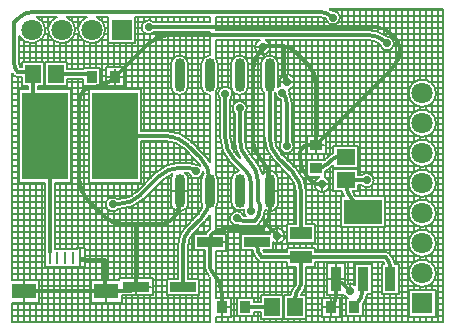
<source format=gtl>
G04 Layer_Physical_Order=1*
G04 Layer_Color=255*
%FSLAX25Y25*%
%MOIN*%
G70*
G01*
G75*
%ADD10C,0.01378*%
%ADD11C,0.01378*%
%ADD12C,0.00800*%
%ADD13R,0.00886X0.03937*%
%ADD14R,0.07874X0.05118*%
%ADD15R,0.05315X0.06102*%
%ADD16R,0.15354X0.29134*%
%ADD17R,0.03740X0.03937*%
%ADD18O,0.03543X0.11220*%
%ADD19R,0.03937X0.03740*%
%ADD20R,0.06102X0.05315*%
%ADD21R,0.03543X0.08268*%
%ADD22R,0.12598X0.08268*%
%ADD23R,0.07283X0.04331*%
%ADD24R,0.08661X0.03347*%
%ADD25C,0.00787*%
%ADD26C,0.00797*%
%ADD27R,0.07087X0.07087*%
%ADD28C,0.07087*%
%ADD29R,0.07087X0.07087*%
%ADD30C,0.02756*%
D10*
X129399Y94797D02*
G03*
X129262Y94941I-2866J-2585D01*
G01*
X127464Y85141D02*
G03*
X130393Y92212I-7071J7071D01*
G01*
X126613Y97591D02*
G03*
X122697Y99213I-3915J-3915D01*
G01*
X102362Y80110D02*
G03*
X99433Y87181I-10000J0D01*
G01*
X99318Y60039D02*
G03*
X98130Y59547I0J-1680D01*
G01*
D02*
G03*
X96949Y56696I2851J-2851D01*
G01*
Y55914D02*
G03*
X99878Y48843I10000J0D01*
G01*
X91581Y92864D02*
G03*
X89983Y93012I-1598J-8590D01*
G01*
X96161Y90453D02*
G03*
X91581Y92864I-6178J-6178D01*
G01*
Y83745D02*
G03*
X92716Y81004I3876J0D01*
G01*
X86662Y93012D02*
G03*
X84228Y92004I0J-3442D01*
G01*
X104331Y46891D02*
G03*
X104429Y46654I336J0D01*
G01*
X111407Y13593D02*
G03*
X109055Y14567I-2352J-2352D01*
G01*
X100397Y48324D02*
G03*
X104429Y46654I4033J4033D01*
G01*
X86850Y48378D02*
G03*
X83921Y55449I-10000J0D01*
G01*
X85735Y33756D02*
G03*
X86850Y37885I-7084J4129D01*
G01*
X89370Y29724D02*
G03*
X89090Y30401I-957J0D01*
G01*
X84449Y32087D02*
G03*
X85735Y33756I-5798J5798D01*
G01*
X84228Y92004D02*
G03*
X81299Y84933I7071J-7071D01*
G01*
Y61272D02*
G03*
X83563Y55807I7729J0D01*
G01*
X72638Y32185D02*
G03*
X72875Y32087I238J238D01*
G01*
X72416Y32185D02*
G03*
X67415Y30114I0J-7072D01*
G01*
X70866Y10425D02*
G03*
X67937Y17496I-10000J0D01*
G01*
X67415Y30114D02*
G03*
X66929Y27670I5899J-2443D01*
G01*
Y19930D02*
G03*
X67937Y17496I3442J0D01*
G01*
X122125Y96260D02*
G03*
X119060Y96752I-3065J-9301D01*
G01*
X53650D02*
G03*
X46579Y93823I0J-10000D01*
G01*
X54724Y35433D02*
G03*
X56850Y40566I-5133J5133D01*
G01*
X50210Y33563D02*
G03*
X54724Y35433I0J6385D01*
G01*
X42323Y32850D02*
G03*
X42028Y33563I-1008J0D01*
G01*
X31323Y36492D02*
G03*
X38394Y33563I7071J7071D01*
G01*
X27846Y79232D02*
G03*
X34917Y82161I0J10000D01*
G01*
X27846Y79232D02*
G03*
X24836Y77985I0J-4257D01*
G01*
D02*
G03*
X23425Y74580I3405J-3405D01*
G01*
Y48532D02*
G03*
X26354Y41461I10000J0D01*
G01*
X37738Y104429D02*
G03*
X37500Y104331I0J-336D01*
G01*
X107972Y102461D02*
G03*
X103220Y104429I-4752J-4752D01*
G01*
X8024Y104331D02*
G03*
X3257Y102356I0J-6741D01*
G01*
X1799Y86898D02*
G03*
X2854Y84350I3603J0D01*
G01*
X7874Y71268D02*
G03*
X10803Y64197I10000J0D01*
G01*
X7874Y83661D02*
G03*
X6211Y84350I-1663J-1663D01*
G01*
X59425Y60063D02*
G03*
X52354Y62992I-7071J-7071D01*
G01*
X66850Y48496D02*
G03*
X63921Y55567I-10000J0D01*
G01*
X60039Y31496D02*
G03*
X58071Y26744I4752J-4752D01*
G01*
X63921Y35378D02*
G03*
X66850Y42449I-7071J7071D01*
G01*
X86850Y62764D02*
G03*
X89779Y55693I10000J0D01*
G01*
X97441Y43889D02*
G03*
X94512Y50960I-10000J0D01*
G01*
X112205Y47843D02*
G03*
X115134Y40772I10000J0D01*
G01*
X115181Y5929D02*
G03*
X118110Y13000I-7071J7071D01*
G01*
X83661Y39814D02*
G03*
X83071Y41240I-2016J0D01*
G01*
X81890Y34547D02*
G03*
X83661Y38824I-4277J4277D01*
G01*
X76870Y62016D02*
G03*
X79799Y54945I10000J0D01*
G01*
X83071Y47531D02*
G03*
X80142Y54602I-10000J0D01*
G01*
X76083Y35433D02*
G03*
X78221Y34547I2139J2139D01*
G01*
X80610Y47591D02*
G03*
X79134Y51156I-5041J0D01*
G01*
X72146Y62286D02*
G03*
X75075Y55215I10000J0D01*
G01*
X92520Y74134D02*
G03*
X91142Y77461I-4705J0D01*
G01*
X62303Y51181D02*
G03*
X59214Y52461I-3089J-3089D01*
G01*
X57095D02*
G03*
X50024Y49532I0J-10000D01*
G01*
X36704Y40354D02*
G03*
X43775Y43283I0J10000D01*
G01*
X34564Y40157D02*
G03*
X35039Y40354I0J672D01*
G01*
X27559Y82677D02*
G03*
X25183Y83661I-2376J-2376D01*
G01*
X110233Y56102D02*
G03*
X107382Y54921I0J-4033D01*
G01*
X127165Y18697D02*
G03*
X125492Y22736I-5713J0D01*
G01*
X97679D02*
G03*
X97203Y22539I0J-672D01*
G01*
X96555Y11909D02*
G03*
X97203Y13474I-1565J1565D01*
G01*
X82677Y26579D02*
G03*
X84350Y22539I5713J0D01*
G01*
X96555Y11909D02*
G03*
X95472Y9296I2614J-2614D01*
G01*
X130387Y92416D02*
G03*
X129399Y94797I-3854J-204D01*
G01*
X130393Y92212D02*
G03*
X130387Y92416I-3859J0D01*
G01*
X125984Y93884D02*
G03*
X122125Y96260I-6925J-6925D01*
G01*
X102362Y52165D02*
G03*
X106227Y53766I0J5465D01*
G01*
X107283Y5906D02*
G03*
X109055Y10183I-4277J4277D01*
G01*
X126613Y97591D02*
X129262Y94941D01*
X96161Y90453D02*
X99433Y87181D01*
X102362Y60039D02*
X127464Y85141D01*
X99318Y60039D02*
X102362D01*
Y80110D01*
X91581Y83745D02*
Y92864D01*
X86662Y93012D02*
X89983D01*
X96949Y55914D02*
Y56696D01*
X83563Y55807D02*
X83921Y55449D01*
X109055Y10183D02*
Y14567D01*
X99878Y48843D02*
X100397Y48324D01*
X86850Y44685D02*
Y48378D01*
X89370Y29724D02*
X89689Y29405D01*
X85735Y33756D02*
X89090Y30401D01*
X89090Y30401D01*
X46555Y99213D02*
X122697D01*
X81299Y61272D02*
Y84933D01*
X72875Y32087D02*
X84449D01*
X72416Y32185D02*
X72638D01*
X70866Y5906D02*
Y10425D01*
X66929Y27559D02*
Y27670D01*
Y19930D02*
Y27559D01*
X53650Y96752D02*
X119060D01*
X42028Y33563D02*
X50210D01*
X42323Y12795D02*
Y32850D01*
X35433Y82677D02*
X46579Y93823D01*
X34917Y82161D02*
X35433Y82677D01*
X23425Y48532D02*
Y74580D01*
X26354Y41461D02*
X31323Y36492D01*
X38394Y33563D02*
X42028D01*
X32087Y11220D02*
Y21654D01*
X37738Y104429D02*
X103220D01*
X8024Y104331D02*
X37500D01*
X2854Y84350D02*
X6211D01*
X1799Y86898D02*
Y100898D01*
X10803Y64197D02*
X12008Y62992D01*
X7874Y71268D02*
Y83661D01*
X32480Y11220D02*
X40748D01*
X42323Y12795D01*
X4921Y11220D02*
X32087D01*
X12008Y62992D02*
X13583Y61417D01*
Y24409D02*
Y61417D01*
X35236Y62992D02*
X52354D01*
X59425Y60063D02*
X63921Y55567D01*
X66850Y44685D02*
Y48496D01*
X58071Y12795D02*
Y26744D01*
X60039Y31496D02*
X63921Y35378D01*
X23868Y21654D02*
X32087D01*
X86850Y62764D02*
Y83268D01*
X97441Y30512D02*
Y43889D01*
X89779Y55693D02*
X94512Y50960D01*
X66850Y42449D02*
Y44685D01*
X112205Y47843D02*
Y48228D01*
X115134Y40772D02*
X118110Y37795D01*
X115157Y5906D02*
X115181Y5929D01*
X83661Y38824D02*
Y39814D01*
X83071Y41240D02*
Y47531D01*
X79799Y54945D02*
X80142Y54602D01*
X76870Y62016D02*
Y72244D01*
X78221Y34547D02*
X81890D01*
X80610Y37894D02*
Y47591D01*
X75075Y55215D02*
X79134Y51156D01*
X72146Y62286D02*
Y77067D01*
X92520Y59646D02*
Y74134D01*
X57095Y52461D02*
X59214D01*
X43775Y43283D02*
X50024Y49532D01*
X35039Y40354D02*
X36704D01*
X15748Y83661D02*
X25183D01*
X110233Y56102D02*
X112205D01*
X106227Y53766D02*
X107382Y54921D01*
X127165Y15354D02*
Y18697D01*
X97679Y22736D02*
X125492D01*
X97203Y13474D02*
Y22539D01*
X95472Y5906D02*
Y9296D01*
X84350Y22539D02*
X97203D01*
X82677Y26579D02*
Y27559D01*
X112205Y48228D02*
X119210D01*
X111407Y13593D02*
X113681Y11319D01*
X75984Y35531D02*
X76083Y35433D01*
X86850Y37885D02*
Y44685D01*
X1799Y100898D02*
X3257Y102356D01*
X1799Y100898D02*
Y100898D01*
X118110Y13000D02*
Y15354D01*
X78740Y5906D02*
X87598D01*
X56850Y40566D02*
Y44685D01*
D11*
X89090Y30401D02*
D03*
D12*
X142337Y77244D02*
G03*
X142337Y77244I-4542J0D01*
G01*
Y67244D02*
G03*
X142337Y67244I-4542J0D01*
G01*
X125799Y96253D02*
G03*
X122653Y97862I-6740J-9294D01*
G01*
D02*
G03*
X119060Y98439I-3594J-10904D01*
G01*
X128361Y93884D02*
G03*
X125799Y96253I-2376J0D01*
G01*
X123618Y93661D02*
G03*
X128361Y93884I2366J223D01*
G01*
X121597Y94657D02*
G03*
X119060Y95065I-2537J-7698D01*
G01*
X123618Y93661D02*
G03*
X121597Y94657I-4559J-6702D01*
G01*
X142337Y57244D02*
G03*
X142337Y57244I-4542J0D01*
G01*
X121586Y48228D02*
G03*
X117536Y49916I-2376J0D01*
G01*
X142337Y47244D02*
G03*
X142337Y47244I-4542J0D01*
G01*
X117536Y46541D02*
G03*
X121586Y48228I1673J1687D01*
G01*
X105619Y102134D02*
G03*
X110349Y102461I2354J327D01*
G01*
D02*
G03*
X107703Y104822I-2376J0D01*
G01*
D02*
G03*
X106874Y105281I-4483J-7113D01*
G01*
X108155Y57399D02*
G03*
X106189Y56114I2078J-5329D01*
G01*
X105619Y102134D02*
G03*
X103220Y102742I-2399J-4425D01*
G01*
X114562Y44572D02*
G03*
X115501Y42928I7642J3271D01*
G01*
X110984Y44572D02*
G03*
X111601Y42928I11220J3271D01*
G01*
X105329Y51122D02*
G03*
X107420Y52573I-2967J6508D01*
G01*
X106896Y46891D02*
G03*
X105222Y49297I-2565J0D01*
G01*
X103440D02*
G03*
X106896Y46891I891J-2406D01*
G01*
X99128Y43889D02*
G03*
X95705Y52154I-11687J0D01*
G01*
X142337Y37244D02*
G03*
X142337Y37244I-4542J0D01*
G01*
Y27244D02*
G03*
X142337Y27244I-4542J0D01*
G01*
Y17244D02*
G03*
X142337Y17244I-4542J0D01*
G01*
X126685Y23929D02*
G03*
X125492Y24424I-1193J-1193D01*
G01*
X128633Y20487D02*
G03*
X126685Y23929I-7180J-1790D01*
G01*
X125058Y20487D02*
G03*
X124719Y21049I-3605J-1790D01*
G01*
X118026Y6814D02*
G03*
X119463Y10222I-9916J6186D01*
G01*
X115340Y13276D02*
G03*
X112014Y13269I-1659J-1957D01*
G01*
X111461Y10033D02*
G03*
X112909Y8873I2220J1286D01*
G01*
X97748Y10716D02*
G03*
X98891Y13474I-2758J2758D01*
G01*
X97745Y10713D02*
G03*
X97271Y9955I1424J-1418D01*
G01*
X93278Y78501D02*
G03*
X95282Y81004I-562J2503D01*
G01*
D02*
G03*
X90482Y79744I-2565J0D01*
G01*
X93488Y77080D02*
G03*
X93518Y77461I-2346J380D01*
G01*
D02*
G03*
X93278Y78501I-2376J0D01*
G01*
X87113Y92716D02*
G03*
X85581Y95065I-2565J0D01*
G01*
X89621Y87106D02*
G03*
X84080Y87106I-2770J0D01*
G01*
X90482Y79744D02*
G03*
X89617Y79283I660J-2283D01*
G01*
X88766Y77428D02*
G03*
X90662Y75133I2376J33D01*
G01*
X88538Y77232D02*
G03*
X88766Y77428I-1687J2197D01*
G01*
X84080Y79429D02*
G03*
X85163Y77232I2770J0D01*
G01*
X83514Y95065D02*
G03*
X87113Y92716I1033J-2348D01*
G01*
X94207Y74134D02*
G03*
X93488Y77080I-6392J0D01*
G01*
X90832Y74134D02*
G03*
X90662Y75133I-3017J0D01*
G01*
X94896Y59646D02*
G03*
X94207Y61319I-2376J0D01*
G01*
X90832D02*
G03*
X94896Y59646I1687J-1673D01*
G01*
X88538Y62764D02*
G03*
X90973Y56886I8313J0D01*
G01*
X85163Y62764D02*
G03*
X88586Y54500I11687J0D01*
G01*
X79620Y87106D02*
G03*
X74080Y87106I-2770J0D01*
G01*
Y79429D02*
G03*
X79620Y79429I2770J0D01*
G01*
X74522Y77067D02*
G03*
X70458Y75394I-2376J0D01*
G01*
X69621Y87106D02*
G03*
X68898Y88972I-2770J0D01*
G01*
Y77563D02*
G03*
X69621Y79429I-2047J1866D01*
G01*
X78557Y70571D02*
G03*
X79246Y72244I-1687J1673D01*
G01*
D02*
G03*
X75183Y70571I-2376J0D01*
G01*
X73833Y75394D02*
G03*
X74522Y77067I-1687J1673D01*
G01*
X78557Y62016D02*
G03*
X80992Y56138I8313J0D01*
G01*
X73833Y62286D02*
G03*
X76268Y56408I8313J0D01*
G01*
X75183Y62016D02*
G03*
X77151Y55524I11687J0D01*
G01*
X70458Y62286D02*
G03*
X73881Y54022I11687J0D01*
G01*
X95754Y43889D02*
G03*
X93319Y49767I-8313J0D01*
G01*
X89810Y48524D02*
G03*
X84440Y50240I-2959J0D01*
G01*
X85331Y38307D02*
G03*
X89810Y40846I1519J2540D01*
G01*
X88006Y27552D02*
G03*
X91935Y29724I1364J2173D01*
G01*
D02*
G03*
X86855Y30231I-2565J0D01*
G01*
X83083Y33354D02*
G03*
X85331Y38307I-5470J5470D01*
G01*
X95362Y13103D02*
G03*
X95516Y13474I-372J372D01*
G01*
X95362Y13103D02*
G03*
X93826Y9955I3807J-3807D01*
G01*
X84440Y50240D02*
G03*
X81335Y55795I-11369J-2709D01*
G01*
X74080Y40846D02*
G03*
X78311Y38492I2770J0D01*
G01*
X78311Y38492D02*
G03*
X78909Y36235I2300J-599D01*
G01*
X76619Y51284D02*
G03*
X74080Y48524I231J-2760D01*
G01*
X81890Y32860D02*
G03*
X83083Y33354I0J1687D01*
G01*
X81890Y32860D02*
G03*
X83083Y33354I0J1687D01*
G01*
X76457Y33203D02*
G03*
X78221Y32860I1764J4369D01*
G01*
X78254Y36235D02*
G03*
X76457Y33203I-2270J-703D01*
G01*
X69621Y48524D02*
G03*
X68898Y50390I-2770J0D01*
G01*
Y38980D02*
G03*
X69621Y40846I-2047J1866D01*
G01*
X84737Y24887D02*
G03*
X85123Y24227I3653J1691D01*
G01*
X81186Y24887D02*
G03*
X83157Y21346I7204J1691D01*
G01*
D02*
G03*
X84350Y20852I1193J1193D01*
G01*
X66929Y89875D02*
G03*
X64080Y87106I-79J-2769D01*
G01*
Y79429D02*
G03*
X66929Y76660I2770J0D01*
G01*
X59620Y87106D02*
G03*
X54080Y87106I-2770J0D01*
G01*
Y79429D02*
G03*
X59620Y79429I2770J0D01*
G01*
X66929Y54413D02*
G03*
X65115Y56760I-10079J-5917D01*
G01*
X63842Y52992D02*
G03*
X62728Y54374I-6992J-4496D01*
G01*
X63842Y52992D02*
G03*
X61895Y53522I-1539J-1811D01*
G01*
X64916Y50507D02*
G03*
X64677Y51297I-8066J-2011D01*
G01*
X59985Y50660D02*
G03*
X59214Y50773I-771J-2568D01*
G01*
X60618Y61256D02*
G03*
X52354Y64679I-8264J-8264D01*
G01*
X61895Y53522D02*
G03*
X59214Y54148I-2681J-5430D01*
G01*
X48228Y100900D02*
G03*
X48228Y97525I-1673J-1687D01*
G01*
X58232Y58870D02*
G03*
X52354Y61305I-5878J-5878D01*
G01*
X57095Y54148D02*
G03*
X48831Y50725I0J-11687D01*
G01*
X64080Y40846D02*
G03*
X64547Y39308I2770J0D01*
G01*
X64916Y50507D02*
G03*
X64080Y48524I1934J-1983D01*
G01*
X65115Y34185D02*
G03*
X66929Y36532I-8264J8264D01*
G01*
X62728Y36571D02*
G03*
X64547Y39308I-5878J5878D01*
G01*
X66929Y31941D02*
G03*
X66222Y31307I5487J-6828D01*
G01*
D02*
G03*
X65856Y30759I1193J-1193D01*
G01*
X59985Y50660D02*
G03*
X64679Y51181I2319J521D01*
G01*
X59809Y48524D02*
G03*
X58773Y50773I-2959J0D01*
G01*
X53891Y40846D02*
G03*
X59809Y40846I2959J0D01*
G01*
X58846Y32689D02*
G03*
X56384Y26744I5946J-5946D01*
G01*
X65856Y30759D02*
G03*
X65659Y30231I7458J-3089D01*
G01*
X65242Y19930D02*
G03*
X66744Y16303I5129J0D01*
G01*
X61233Y30303D02*
G03*
X59758Y26744I3559J-3559D01*
G01*
X54538Y50370D02*
G03*
X53891Y48524I2312J-1847D01*
G01*
X54538Y50370D02*
G03*
X51217Y48338I2557J-7910D01*
G01*
X36704Y38667D02*
G03*
X44969Y42090I0J11687D01*
G01*
X36704Y42042D02*
G03*
X42582Y44476I0J8313D01*
G01*
X32101Y98425D02*
G03*
X29243Y102643I-4542J0D01*
G01*
X25875D02*
G03*
X32101Y98425I1684J-4218D01*
G01*
X22101D02*
G03*
X19243Y102643I-4542J0D01*
G01*
X15875D02*
G03*
X22101Y98425I1684J-4218D01*
G01*
X12101D02*
G03*
X9243Y102643I-4542J0D01*
G01*
X3486Y96415D02*
G03*
X12101Y98425I4073J2010D01*
G01*
X3486Y86898D02*
G03*
X3691Y86038I1915J0D01*
G01*
X1018Y83937D02*
G03*
X1661Y83157I4384J2961D01*
G01*
D02*
G03*
X2854Y82663I1193J1193D01*
G01*
X36012Y42042D02*
G03*
X36415Y38667I-1448J-1884D01*
G01*
X11895Y24409D02*
G03*
X12141Y23532I1687J0D01*
G01*
X140113Y81150D02*
X144651D01*
X141918Y79150D02*
X144651D01*
X142336Y77150D02*
X144651D01*
X141825Y75150D02*
X144651D01*
X139761Y73150D02*
X144651D01*
X139150Y81579D02*
Y105281D01*
X141150Y80306D02*
Y105281D01*
X137150Y81740D02*
Y105281D01*
Y71740D02*
Y72749D01*
X139150Y71579D02*
Y72909D01*
X135150Y80936D02*
Y105281D01*
X140113Y71150D02*
X144651D01*
X141918Y69150D02*
X144651D01*
X142336Y67150D02*
X144651D01*
X141825Y65150D02*
X144651D01*
X139761Y63150D02*
X144651D01*
X141150Y70306D02*
Y74182D01*
Y60306D02*
Y64182D01*
X135150Y70936D02*
Y73553D01*
X139150Y61579D02*
Y62909D01*
X135150Y60936D02*
Y63552D01*
X107135Y105150D02*
X144651D01*
X110247Y103150D02*
X144651D01*
X106874Y105281D02*
X144651D01*
X124346Y97150D02*
X144651D01*
X109955Y101150D02*
X144651D01*
X123150Y97686D02*
Y105281D01*
X125150Y96691D02*
Y105281D01*
X119150Y98439D02*
Y105281D01*
X121150Y98247D02*
Y105281D01*
X127150Y95955D02*
Y105281D01*
X127995Y95150D02*
X144651D01*
X128244Y93150D02*
X144651D01*
X125150Y42928D02*
Y91659D01*
X119150Y50604D02*
Y95064D01*
X121150Y49601D02*
Y94790D01*
X123150Y42928D02*
Y93957D01*
X141918Y59150D02*
X144651D01*
X142336Y57150D02*
X144651D01*
X140113Y61150D02*
X144651D01*
X141825Y55150D02*
X144651D01*
X140113Y51150D02*
X144651D01*
X139761Y53150D02*
X144651D01*
X139150Y51579D02*
Y52909D01*
X141150Y50306D02*
Y54182D01*
X137150Y61740D02*
Y62748D01*
X141918Y49150D02*
X144651D01*
X137150Y51740D02*
Y52749D01*
X142336Y47150D02*
X144651D01*
X141825Y45150D02*
X144651D01*
X139761Y43150D02*
X144651D01*
X141918Y39150D02*
X144651D01*
X142336Y37150D02*
X144651D01*
X140113Y41150D02*
X144651D01*
X139150Y41579D02*
Y42909D01*
X141150Y40306D02*
Y44182D01*
X135150Y40936D02*
Y43553D01*
X141825Y35150D02*
X144651D01*
X137150Y41740D02*
Y42748D01*
X116254Y55150D02*
X133765D01*
X105518Y61150D02*
X135477D01*
X116254Y53150D02*
X135830D01*
X135150Y50936D02*
Y53553D01*
X116254Y51150D02*
X135477D01*
X116254Y57150D02*
X133255D01*
X116254Y59150D02*
X133673D01*
X121400Y49150D02*
X133673D01*
X121327Y47150D02*
X133255D01*
X116254Y45150D02*
X133765D01*
X115344Y43150D02*
X135830D01*
X125408Y39150D02*
X133673D01*
X125408Y35150D02*
X133765D01*
X125408Y41150D02*
X135477D01*
X119150Y42928D02*
Y45853D01*
X121150Y42928D02*
Y46856D01*
X125408Y37150D02*
X133255D01*
X115501Y42928D02*
X125408D01*
X115150Y98439D02*
Y105281D01*
X117150Y98439D02*
Y105281D01*
X113150Y98439D02*
Y105281D01*
X111150Y98439D02*
Y105281D01*
Y59758D02*
Y95065D01*
X109150Y104525D02*
Y105281D01*
Y98439D02*
Y100396D01*
Y59758D02*
Y95065D01*
X107150Y98439D02*
Y100231D01*
X115150Y59758D02*
Y95065D01*
X117150Y49916D02*
Y95065D01*
X113150Y59758D02*
Y95065D01*
X108155Y59758D02*
X116254D01*
Y52447D02*
Y59758D01*
X105518Y59150D02*
X108155D01*
Y57399D02*
Y59758D01*
X107150Y56887D02*
Y95065D01*
X105518Y56982D02*
Y63097D01*
Y57150D02*
X107604D01*
X105150Y98439D02*
Y102357D01*
X103150Y98439D02*
Y102742D01*
Y63097D02*
Y95065D01*
X105150Y63097D02*
Y95065D01*
X99206Y63097D02*
X105518D01*
X99150Y98439D02*
Y102742D01*
X101150Y98439D02*
Y102742D01*
X97150Y98439D02*
Y102742D01*
X101150Y63097D02*
Y95065D01*
X99206Y56982D02*
X105518D01*
X105150Y55075D02*
Y56982D01*
X105108Y55034D02*
X106186Y56112D01*
X103150Y55034D02*
Y56982D01*
X99206D02*
Y63097D01*
X97150Y50396D02*
Y95065D01*
X101150Y55034D02*
Y56982D01*
X99395Y49297D02*
Y55034D01*
X113150Y51884D02*
Y52447D01*
X115150Y51884D02*
Y52447D01*
X108155D02*
X116254D01*
Y49916D02*
Y51884D01*
Y49916D02*
X117536D01*
X108155Y51884D02*
X116254D01*
X108155Y52447D02*
Y53308D01*
X111150Y51884D02*
Y52447D01*
X107424Y52577D02*
X108155Y53308D01*
X109150Y51884D02*
Y52447D01*
X106883Y47150D02*
X108155D01*
X116254Y44572D02*
Y46541D01*
X117150Y42928D02*
Y46541D01*
X116254D02*
X117536D01*
X114562Y44572D02*
X116254D01*
X115150Y43447D02*
Y44572D01*
X108155D02*
Y51884D01*
Y44572D02*
X110984D01*
X111150Y42928D02*
Y44051D01*
X110813Y42928D02*
X111601D01*
X105388Y51150D02*
X108155D01*
X99395Y55034D02*
X105108D01*
X105329Y49297D02*
Y51122D01*
X105547Y49150D02*
X108155D01*
X99395Y49297D02*
X103440D01*
X97878Y49150D02*
X103114D01*
X96600Y51150D02*
X99395D01*
X98664Y47150D02*
X101778D01*
X106214Y45150D02*
X108155D01*
X99128Y43150D02*
X111501D01*
X99128Y41150D02*
X110813D01*
X99128Y37150D02*
X110813D01*
X99128Y35150D02*
X110813D01*
X99128Y39150D02*
X110813D01*
X99060Y45150D02*
X102447D01*
X140113Y31150D02*
X144651D01*
X141918Y29150D02*
X144651D01*
X139761Y33150D02*
X144651D01*
X142336Y27150D02*
X144651D01*
X141825Y25150D02*
X144651D01*
X139761Y23150D02*
X144651D01*
X135150Y30936D02*
Y33553D01*
X141150Y30306D02*
Y34182D01*
X137150Y31740D02*
Y32748D01*
X139150Y31579D02*
Y32909D01*
X143150Y1018D02*
Y105281D01*
X144651Y1018D02*
Y105281D01*
X141150Y20306D02*
Y24182D01*
X139150Y21579D02*
Y22909D01*
X140113Y21150D02*
X144651D01*
X131150Y1018D02*
Y105281D01*
X133150Y1018D02*
Y105281D01*
X129150Y20487D02*
Y105281D01*
X137150Y21740D02*
Y22749D01*
X135150Y20936D02*
Y23552D01*
X125408Y33150D02*
X135830D01*
X102081Y31150D02*
X135477D01*
X102081Y29150D02*
X133673D01*
X102081Y24424D02*
X125492D01*
X102081Y25150D02*
X133765D01*
X125408Y32663D02*
Y42928D01*
X125150Y24424D02*
Y32663D01*
X110813D02*
X125408D01*
X123150Y24424D02*
Y32663D01*
X121150Y24424D02*
Y32663D01*
X127150Y23420D02*
Y91813D01*
X127363Y23150D02*
X135830D01*
X128434Y21150D02*
X135477D01*
X128633Y20487D02*
X129935D01*
X121150Y1018D02*
Y21049D01*
X123150Y1018D02*
Y21049D01*
X102081D02*
X124719D01*
X124395Y20487D02*
X125058D01*
X115340D02*
X120880D01*
X141918Y19150D02*
X144651D01*
X142336Y17150D02*
X144651D01*
X141825Y15150D02*
X144651D01*
X139761Y13150D02*
X144651D01*
X142337Y11150D02*
X144651D01*
X133254Y11786D02*
X142337D01*
X135150D02*
Y13553D01*
X141150Y11786D02*
Y14182D01*
X129935Y15150D02*
X133765D01*
X139150Y11786D02*
Y12909D01*
X137150Y11786D02*
Y12749D01*
X142337Y9150D02*
X144651D01*
X142337Y7150D02*
X144651D01*
X142337Y2702D02*
Y11786D01*
Y5150D02*
X144651D01*
X142337Y3150D02*
X144651D01*
X133254Y2702D02*
X142337D01*
X135150Y1018D02*
Y2702D01*
X137150Y1018D02*
Y2702D01*
X133254D02*
Y11786D01*
X141150Y1018D02*
Y2702D01*
X139150Y1018D02*
Y2702D01*
X129935Y19150D02*
X133673D01*
X129935Y17150D02*
X133255D01*
X120880D02*
X124395D01*
X129935Y13150D02*
X135830D01*
X129935Y11150D02*
X133254D01*
X124395Y10222D02*
X129935D01*
X120880Y19150D02*
X124395D01*
Y10222D02*
Y20487D01*
X120880Y15150D02*
X124395D01*
X120880Y11150D02*
X124395D01*
X120880Y13150D02*
X124395D01*
X129935Y10222D02*
Y20487D01*
X129150Y1018D02*
Y10222D01*
X119145Y9150D02*
X133254D01*
X118228Y7150D02*
X133254D01*
X118026Y5150D02*
X133254D01*
X118026Y3150D02*
X133254D01*
X125150Y1018D02*
Y10222D01*
X127150Y1018D02*
Y10222D01*
X120880D02*
Y20487D01*
X119463Y10222D02*
X120880D01*
X117150Y24424D02*
Y32663D01*
X119150Y24424D02*
Y32663D01*
X115150Y24424D02*
Y32663D01*
X113150Y24424D02*
Y32663D01*
X111150Y20676D02*
Y21049D01*
X106096Y20676D02*
X112014D01*
X110813Y32663D02*
Y42928D01*
X109150Y24424D02*
Y44572D01*
X107150Y24424D02*
Y52316D01*
X111150Y24424D02*
Y32663D01*
X109150Y20676D02*
Y21049D01*
X107150Y20676D02*
Y21049D01*
X117150Y20487D02*
Y21049D01*
X119150Y20487D02*
Y21049D01*
X115150Y13422D02*
Y21049D01*
X112014Y19150D02*
X115340D01*
Y13276D02*
Y20487D01*
X112014Y17150D02*
X115340D01*
X113150Y13829D02*
Y21049D01*
X112014Y13269D02*
Y20676D01*
X106096Y10033D02*
Y20676D01*
X101150Y33676D02*
Y49297D01*
X102081Y27348D02*
Y33676D01*
X99128D02*
X102081D01*
Y33150D02*
X110813D01*
X102081Y24424D02*
Y25802D01*
X101150D02*
Y27348D01*
X99128Y33676D02*
Y43889D01*
X99150Y33676D02*
Y95065D01*
X95754Y33676D02*
Y43889D01*
X99150Y25802D02*
Y27348D01*
X97150Y25802D02*
Y27348D01*
X103150Y24424D02*
Y44614D01*
X105150Y24424D02*
Y44460D01*
X103150Y1018D02*
Y21049D01*
X98891Y19150D02*
X106096D01*
X105150Y9061D02*
Y21049D01*
X98891Y17150D02*
X106096D01*
X102081Y19474D02*
Y21049D01*
X101150Y1018D02*
Y19474D01*
X98891D02*
X102081D01*
X99150Y1018D02*
Y19474D01*
X98891Y13474D02*
Y19474D01*
X112014Y15150D02*
X115340D01*
X112289Y8873D02*
X112909D01*
X110341Y5150D02*
X112289D01*
X109150Y9061D02*
Y10033D01*
X110341Y7150D02*
X112289D01*
X118026Y2939D02*
Y6814D01*
X119150Y1018D02*
Y9163D01*
X112289Y2939D02*
X118026D01*
X115150Y1018D02*
Y2939D01*
X117150Y1018D02*
Y2939D01*
X113150Y1018D02*
Y2939D01*
X112289D02*
Y8873D01*
X111150Y1018D02*
Y10033D01*
X110341Y2750D02*
Y9061D01*
Y3150D02*
X112289D01*
X109150Y1018D02*
Y2750D01*
X106096Y10033D02*
X111461D01*
X98122Y11150D02*
X106096D01*
X104226Y9061D02*
X110341D01*
X107150D02*
Y10033D01*
X99128Y9150D02*
X112312D01*
X98891Y15150D02*
X106096D01*
X98877Y13150D02*
X106096D01*
X97271Y9955D02*
X99128D01*
Y5150D02*
X104226D01*
X105150Y1018D02*
Y2750D01*
X107150Y1018D02*
Y2750D01*
X104226D02*
X110341D01*
X104226D02*
Y9061D01*
X99128Y1856D02*
Y9955D01*
Y7150D02*
X104226D01*
X99128Y3150D02*
X104226D01*
X97150Y1018D02*
Y1856D01*
X95150Y98439D02*
Y102742D01*
Y81817D02*
Y95065D01*
X89620Y87150D02*
X144651D01*
X94123Y83150D02*
X144651D01*
X95278Y81150D02*
X135477D01*
X89621Y85150D02*
X144651D01*
X93150Y98439D02*
Y102742D01*
Y83533D02*
Y95065D01*
X91150Y98439D02*
Y102742D01*
X89621Y83150D02*
X91311D01*
X91150Y83035D02*
Y95065D01*
X89621Y81150D02*
X90155D01*
X94489Y79150D02*
X133673D01*
X95150Y52709D02*
Y80191D01*
X93498Y77150D02*
X133255D01*
X89621Y79429D02*
Y87106D01*
X68898Y99150D02*
X144651D01*
X68898Y98439D02*
X119060D01*
X68898Y101150D02*
X105990D01*
X87076Y93150D02*
X123724D01*
X86579Y91150D02*
X144651D01*
X85581Y95065D02*
X119060D01*
X87150Y98439D02*
Y102742D01*
X89150Y98439D02*
Y102742D01*
X68898D02*
X103220D01*
X88721Y89150D02*
X144651D01*
X89150Y88651D02*
Y95065D01*
X87150Y89860D02*
Y95065D01*
X88538Y62764D02*
Y77232D01*
X85163Y62764D02*
Y77232D01*
X94207Y73150D02*
X135830D01*
X94207Y71150D02*
X135477D01*
X94126Y75150D02*
X133765D01*
X94207Y65150D02*
X133765D01*
X94207Y63150D02*
X135830D01*
X94207Y69150D02*
X133673D01*
X94207Y61319D02*
Y74134D01*
Y67150D02*
X133255D01*
X90832Y61319D02*
Y74134D01*
X94360Y61150D02*
X99206D01*
X94844Y59150D02*
X99206D01*
X92709Y55150D02*
X105224D01*
X94709Y53150D02*
X99395D01*
X90720Y57150D02*
X99206D01*
X89365Y59150D02*
X90196D01*
X89150Y59634D02*
Y76165D01*
X93150Y54709D02*
Y57354D01*
X91150Y56709D02*
Y57704D01*
X88538Y75150D02*
X90588D01*
X88538Y73150D02*
X90832D01*
X79067D02*
X85163D01*
X88538Y69150D02*
X90832D01*
X88538Y67150D02*
X90832D01*
X88538Y71150D02*
X90832D01*
X78979D02*
X85163D01*
X78557Y69150D02*
X85163D01*
X78424Y77150D02*
X85163D01*
X78557Y65150D02*
X85163D01*
X78557Y67150D02*
X85163D01*
X88538Y63150D02*
X90832D01*
X88538Y65150D02*
X90832D01*
X88696Y61150D02*
X90680D01*
X83319Y53150D02*
X89936D01*
X78603Y61150D02*
X85275D01*
X79067Y59150D02*
X85736D01*
X78557Y63150D02*
X85163D01*
X81934Y55150D02*
X87984D01*
X80131Y57150D02*
X86600D01*
X83150Y98439D02*
Y102742D01*
X85150Y98439D02*
Y102742D01*
Y89293D02*
Y90223D01*
X78721Y89150D02*
X84980D01*
X77150Y98439D02*
Y102742D01*
X79150Y98439D02*
Y102742D01*
X75150Y98439D02*
Y102742D01*
X81150Y98439D02*
Y102742D01*
X77150Y89860D02*
Y95065D01*
X75150Y89293D02*
Y95065D01*
X84080Y79429D02*
Y87106D01*
X83150Y53448D02*
Y90565D01*
X79620Y87150D02*
X84081D01*
X79620Y83150D02*
X84080D01*
X79620Y81150D02*
X84080D01*
X79620Y85150D02*
X84080D01*
X79150Y88651D02*
Y95065D01*
X81150Y55981D02*
Y95065D01*
X79620Y79429D02*
Y87106D01*
X73150Y98439D02*
Y102742D01*
X68898Y95065D02*
X83514D01*
X68898Y93150D02*
X82019D01*
X68898Y89150D02*
X74980D01*
X69620Y87150D02*
X74081D01*
X68898Y91150D02*
X82516D01*
X69150Y98439D02*
Y102742D01*
X71150Y98439D02*
Y102742D01*
X68898Y98439D02*
Y102742D01*
X69150Y88651D02*
Y95065D01*
X68898Y88972D02*
Y95065D01*
X69621Y85150D02*
X74080D01*
Y79429D02*
Y87106D01*
X69621Y83150D02*
X74080D01*
X73290Y79150D02*
X74094D01*
X69621Y81150D02*
X74080D01*
X71150Y79224D02*
Y95065D01*
X73150Y79221D02*
Y95065D01*
X69621Y79429D02*
Y87106D01*
X79606Y79150D02*
X84094D01*
X79150Y72916D02*
Y77884D01*
X77150Y74604D02*
Y76675D01*
X78557Y62016D02*
Y70571D01*
X74521Y77150D02*
X75276D01*
X75150Y73883D02*
Y77243D01*
X73833Y71150D02*
X74761D01*
X73833Y73150D02*
X74673D01*
X79150Y58935D02*
Y71573D01*
X80994Y56136D02*
X81333Y55797D01*
X76270Y56406D02*
X77151Y55524D01*
X75183Y62016D02*
Y70571D01*
X75150Y57797D02*
Y70605D01*
X73911Y61150D02*
X75215D01*
X75610Y57150D02*
X76244D01*
X74447Y59150D02*
X75540D01*
X69606Y79150D02*
X71001D01*
X73833Y75150D02*
X85163D01*
X68898D02*
X70458D01*
X73833Y67150D02*
X75183D01*
X73833Y65150D02*
X75183D01*
X73833Y69150D02*
X75183D01*
X68898Y73150D02*
X70458D01*
X68898Y71150D02*
X70458D01*
X68898Y77150D02*
X69771D01*
X68898Y67150D02*
X70458D01*
X68898Y69150D02*
X70458D01*
X73833Y63150D02*
X75183D01*
X73833Y62286D02*
Y75394D01*
X68898Y55150D02*
X72890D01*
X68898Y53150D02*
X74753D01*
X68898Y57150D02*
X71647D01*
X68898Y65150D02*
X70458D01*
Y62286D02*
Y75394D01*
X68898Y63150D02*
X70458D01*
X68898Y59150D02*
X70887D01*
X68898Y61150D02*
X70514D01*
X90975Y56884D02*
X95703Y52156D01*
X89810Y43150D02*
X95754D01*
X89810Y41150D02*
X95754D01*
X92801Y33676D02*
X95754D01*
X89275Y39150D02*
X95754D01*
X89810Y40846D02*
Y48524D01*
X93150Y33676D02*
Y49936D01*
X89742Y49150D02*
X93877D01*
X89810Y47150D02*
X95087D01*
X95150Y33676D02*
Y47000D01*
X89810Y45150D02*
X95657D01*
X91870Y29150D02*
X92801D01*
Y27348D02*
Y33676D01*
X91503Y31150D02*
X92801D01*
X93150Y25802D02*
Y27348D01*
X95150Y25802D02*
Y27348D01*
X92801D02*
X102081D01*
X91150Y31572D02*
Y51936D01*
Y24227D02*
Y27877D01*
X88214Y51150D02*
X91936D01*
X88588Y54498D02*
X93317Y49769D01*
X85165Y37150D02*
X95754D01*
X87150Y51468D02*
Y56246D01*
X89150Y50386D02*
Y53936D01*
X84184Y51150D02*
X85487D01*
X84420Y35150D02*
X95754D01*
X89150Y32280D02*
Y38984D01*
X82835Y33150D02*
X92801D01*
X88006Y24887D02*
Y27552D01*
X87150Y31009D02*
Y37903D01*
X85150Y30231D02*
Y37080D01*
X77348Y30231D02*
X86855D01*
X68898Y31150D02*
X87237D01*
X92801Y25802D02*
X102081D01*
X95516Y13474D02*
Y19474D01*
X92801D02*
X95516D01*
X95150Y12878D02*
Y19474D01*
X92801Y24227D02*
Y25802D01*
Y19474D02*
Y20852D01*
X91150Y9955D02*
Y20852D01*
X93150Y9955D02*
Y19474D01*
X91817Y9955D02*
X93826D01*
X91254Y5150D02*
X91817D01*
X91254Y3150D02*
X91817D01*
X91254Y9150D02*
X91817D01*
X93150Y1018D02*
Y1856D01*
X95150Y1018D02*
Y1856D01*
X91817D02*
X99128D01*
X91254D02*
Y9955D01*
X91817Y1856D02*
Y9955D01*
X91254Y7150D02*
X91817D01*
X91150Y1018D02*
Y1856D01*
X89150Y1018D02*
Y1856D01*
X88006Y27150D02*
X133255D01*
X88006Y25150D02*
X92801D01*
X85123Y24227D02*
X92801D01*
X68898Y17150D02*
X95516D01*
X68898Y15150D02*
X95516D01*
X68898Y19150D02*
X95516D01*
X85150Y24227D02*
Y24887D01*
X89150Y24227D02*
Y27169D01*
X84737Y24887D02*
X88006D01*
X87150Y24227D02*
Y24887D01*
X84350Y20852D02*
X92801D01*
X68898Y11150D02*
X94114D01*
X83943Y9955D02*
X91254D01*
X68898Y13150D02*
X95404D01*
X83943Y1856D02*
X91254D01*
X68898Y1150D02*
X144651D01*
X68898Y1018D02*
X144651D01*
X87150Y9955D02*
Y20852D01*
X89150Y9955D02*
Y20852D01*
X85150Y9955D02*
Y20852D01*
X87150Y1018D02*
Y1856D01*
X85150Y1018D02*
Y1856D01*
Y50945D02*
Y77243D01*
X78254Y36235D02*
X78909D01*
X77725Y37150D02*
X78353D01*
X75150Y50710D02*
Y52754D01*
X73884Y54020D02*
X76619Y51284D01*
X75150Y37756D02*
Y38660D01*
X77150Y37602D02*
Y38093D01*
X74080Y40846D02*
Y48524D01*
X83150Y30231D02*
Y33422D01*
X79150Y30231D02*
Y32860D01*
X81150Y30231D02*
Y32860D01*
X78221D02*
X81890D01*
X75150Y1018D02*
Y33307D01*
X77348Y24887D02*
Y30231D01*
X77150Y8873D02*
Y32983D01*
X69549Y49150D02*
X74152D01*
X69621Y47150D02*
X74080D01*
X68898Y51150D02*
X75969D01*
X69621Y45150D02*
X74080D01*
X69621Y41150D02*
X74080D01*
X69040Y39150D02*
X74661D01*
X68898Y50390D02*
Y77563D01*
X69150Y50068D02*
Y77884D01*
X69621Y43150D02*
X74080D01*
X69621Y40846D02*
Y48524D01*
X68898Y37150D02*
X74244D01*
X73150Y9061D02*
Y54825D01*
X68898Y35150D02*
X73639D01*
X68898Y30420D02*
X72447D01*
Y29150D02*
X77348D01*
X68898Y33150D02*
X76594D01*
X69150Y30420D02*
Y39301D01*
X71150Y30420D02*
Y58326D01*
X72447Y24698D02*
Y30420D01*
X68898D02*
Y38980D01*
X83150Y7593D02*
Y21354D01*
X83943Y7593D02*
Y9955D01*
X81609Y7593D02*
X83943D01*
X79150Y8873D02*
Y24887D01*
X81150Y8873D02*
Y24887D01*
X77348D02*
X81186D01*
X81609Y7593D02*
Y8873D01*
X75872D02*
X81609D01*
X83943Y1856D02*
Y4218D01*
X83150Y1018D02*
Y4218D01*
X81609D02*
X83943D01*
X81609Y3150D02*
X83943D01*
X81609Y2939D02*
Y4218D01*
X75872Y2939D02*
X81609D01*
X75872D02*
Y8873D01*
X77150Y1018D02*
Y2939D01*
X73924Y2750D02*
Y9061D01*
X81150Y1018D02*
Y2939D01*
X79150Y1018D02*
Y2939D01*
X72447Y27150D02*
X77348D01*
X72447Y25150D02*
X77348D01*
X68898Y23150D02*
X81832D01*
X68898Y9150D02*
X83943D01*
X68898Y9061D02*
X73924D01*
X68898Y21150D02*
X83393D01*
X68898Y24698D02*
X72447D01*
X71150Y9061D02*
Y24698D01*
X69150Y9061D02*
Y24698D01*
X68898Y9061D02*
Y24698D01*
X73924Y7150D02*
X75872D01*
X73924Y5150D02*
X75872D01*
X73924Y3150D02*
X75872D01*
X73150Y1018D02*
Y2750D01*
X68898D02*
X73924D01*
X71150Y1018D02*
Y2750D01*
X69150Y1018D02*
Y2750D01*
X68898Y1018D02*
Y2750D01*
X66929Y100900D02*
Y102742D01*
X65150Y100900D02*
Y102742D01*
X66929Y89875D02*
Y97525D01*
X63150Y100900D02*
Y102742D01*
X61150Y100900D02*
Y102742D01*
X65150Y89293D02*
Y97525D01*
X59620Y85150D02*
X64080D01*
X59620Y81150D02*
X64080D01*
X59620Y83150D02*
X64080D01*
X65150Y56725D02*
Y77243D01*
X63150Y58725D02*
Y97525D01*
X61150Y60725D02*
Y97525D01*
X64080Y79429D02*
Y87106D01*
X59620Y79429D02*
Y87106D01*
X47932Y101150D02*
X66929D01*
X42101Y102742D02*
X66929D01*
X48228Y97525D02*
X66929D01*
X48228Y100900D02*
X66929D01*
X59150D02*
Y102742D01*
X47735Y97150D02*
X66929D01*
X58721Y89150D02*
X64980D01*
X42101Y95150D02*
X66929D01*
X59620Y87150D02*
X64081D01*
X59606Y79150D02*
X64094D01*
X58424Y77150D02*
X65276D01*
X59150Y88651D02*
Y97525D01*
Y62501D02*
Y77884D01*
X62725Y59150D02*
X66929D01*
X60725Y61150D02*
X66929D01*
X66459Y55150D02*
X66929D01*
X64725Y57150D02*
X66929D01*
Y54413D02*
Y76660D01*
X60620Y61254D02*
X65113Y56762D01*
X61150Y53830D02*
Y55952D01*
X63536Y49150D02*
X64152D01*
X63150Y53402D02*
Y53920D01*
X59742Y49150D02*
X61070D01*
X43912Y73150D02*
X66929D01*
X43912Y75150D02*
X66929D01*
X43912Y69150D02*
X66929D01*
X43912Y71150D02*
X66929D01*
X43912Y65150D02*
X66929D01*
X43912Y67150D02*
X66929D01*
X58135Y63150D02*
X66929D01*
X58234Y58868D02*
X62726Y54376D01*
X43912Y57150D02*
X59952D01*
X43912Y55150D02*
X61952D01*
X58773Y50773D02*
X59214D01*
X57095Y54148D02*
X59214D01*
X59150Y50386D02*
Y50773D01*
X53150Y100900D02*
Y102742D01*
X51150Y100900D02*
Y102742D01*
X57150Y100900D02*
Y102742D01*
X55150Y100900D02*
Y102742D01*
X49150Y100900D02*
Y102742D01*
X47150Y101513D02*
Y102742D01*
X45150Y101129D02*
Y102742D01*
X57150Y89860D02*
Y97525D01*
X55150Y89293D02*
Y97525D01*
X54080Y79429D02*
Y87106D01*
X53150Y64652D02*
Y97525D01*
X51150Y64679D02*
Y97525D01*
X49150Y64679D02*
Y97525D01*
X47150Y64679D02*
Y96912D01*
X45150Y64679D02*
Y97296D01*
X42101Y101150D02*
X45178D01*
X42101Y93884D02*
Y102742D01*
Y97150D02*
X45375D01*
X42101Y99150D02*
X44180D01*
X33150Y85833D02*
Y93884D01*
X33017D02*
Y102643D01*
X37150Y85833D02*
Y93884D01*
X33017D02*
X42101D01*
X43150Y78557D02*
Y102742D01*
X41150Y78557D02*
Y93884D01*
X39150Y78557D02*
Y93884D01*
X38491Y79521D02*
Y85833D01*
X35150D02*
Y93884D01*
X32376Y79521D02*
Y85833D01*
X57150Y63650D02*
Y76675D01*
X59150Y54148D02*
Y57952D01*
X57150Y54148D02*
Y59782D01*
X55150Y64340D02*
Y77243D01*
X43912Y64679D02*
Y78557D01*
X55150Y53985D02*
Y60821D01*
X43912Y64679D02*
X52354D01*
X53150Y53462D02*
Y61267D01*
X51150Y52523D02*
Y61305D01*
X52160Y49150D02*
X53958D01*
X49150Y51032D02*
Y61305D01*
X47150Y49044D02*
Y61305D01*
X43912Y49150D02*
X47256D01*
X38491Y83150D02*
X54080D01*
X38491Y85150D02*
X54080D01*
X38491Y81150D02*
X54080D01*
X35150Y78557D02*
Y79521D01*
X33150Y78557D02*
Y79521D01*
X43912Y61150D02*
X53952D01*
X43912Y77150D02*
X55276D01*
X43912Y53150D02*
X52368D01*
X43912Y59150D02*
X57938D01*
X43912Y61305D02*
X52354D01*
X37150Y78557D02*
Y79521D01*
X43912Y51150D02*
X49279D01*
X65978Y35150D02*
X66929D01*
X63150Y37025D02*
Y48961D01*
X61150Y34993D02*
Y49103D01*
X64080Y40846D02*
Y48524D01*
X66929Y31941D02*
Y36532D01*
X64079Y33150D02*
X66929D01*
X65150Y30231D02*
Y34220D01*
X61235Y30305D02*
X65113Y34183D01*
X63150Y30231D02*
Y32220D01*
X62079Y31150D02*
X66083D01*
X59809Y47150D02*
X64080D01*
X59809Y41150D02*
X64080D01*
X59809Y45150D02*
X64080D01*
X59809Y40846D02*
Y48524D01*
Y43150D02*
X64080D01*
X59275Y39150D02*
X64480D01*
X59150Y32993D02*
Y38984D01*
X58848Y32691D02*
X62726Y36569D01*
X57150Y30250D02*
Y37903D01*
X61600Y30231D02*
X65659D01*
X63400Y15150D02*
X66929D01*
X63150Y15467D02*
Y24887D01*
X61600D02*
Y30231D01*
X65242Y19930D02*
Y24887D01*
X61600D02*
X65242D01*
X66929Y1018D02*
Y16112D01*
X65150Y1018D02*
Y24887D01*
X63400Y11150D02*
X66929D01*
X63400Y13150D02*
X66929D01*
X63400Y10124D02*
Y15467D01*
X63150Y1018D02*
Y10124D01*
X61150Y1018D02*
Y10124D01*
X59758Y21150D02*
X65242D01*
X59758Y23150D02*
X65242D01*
X59758Y17150D02*
X66060D01*
X59758Y19150D02*
X65301D01*
X60370Y29150D02*
X61600D01*
X59775Y27150D02*
X61600D01*
X59758Y25150D02*
X61600D01*
X61150Y15467D02*
Y30218D01*
X59758Y15467D02*
X63400D01*
X52742Y10124D02*
X63400D01*
X37605Y9150D02*
X66929D01*
X59758Y15467D02*
Y26744D01*
X59150Y1018D02*
Y10124D01*
X57150Y1018D02*
Y10124D01*
X50028Y47150D02*
X53891D01*
X45150Y47044D02*
Y61305D01*
X43912Y47427D02*
Y61305D01*
X48028Y45150D02*
X53891D01*
X46028Y43150D02*
X53891D01*
Y40846D02*
Y48524D01*
X53150Y15467D02*
Y49777D01*
X51150Y1018D02*
Y48271D01*
X44971Y42092D02*
X51215Y48336D01*
X49150Y1018D02*
Y46271D01*
X47150Y15656D02*
Y44271D01*
X45150Y15656D02*
Y42271D01*
X43150Y45044D02*
Y47427D01*
X42584Y44479D02*
X48829Y50723D01*
X41150Y43330D02*
Y47427D01*
X39150Y42410D02*
Y47427D01*
X37150Y42054D02*
Y47427D01*
X35150Y42461D02*
Y47427D01*
X36012Y42042D02*
X36704D01*
X33150Y42067D02*
Y47427D01*
X43906Y41150D02*
X53891D01*
X43150Y15656D02*
Y40605D01*
X40029Y39150D02*
X54426D01*
X41150Y15656D02*
Y39545D01*
X39150Y15656D02*
Y38926D01*
X56384Y15467D02*
Y26744D01*
X55150Y15467D02*
Y38425D01*
X52742Y15467D02*
X56384D01*
X47841Y15150D02*
X52742D01*
X47841Y13150D02*
X52742D01*
X47841Y11150D02*
X52742D01*
Y10124D02*
Y15467D01*
X47841Y9935D02*
Y15656D01*
X55150Y1018D02*
Y10124D01*
X53150Y1018D02*
Y10124D01*
X45150Y1018D02*
Y9935D01*
X43150Y1018D02*
Y9935D01*
X47150Y1018D02*
Y9935D01*
X37150Y15656D02*
Y38675D01*
X36805Y15656D02*
X47841D01*
X37605Y9935D02*
X47841D01*
X35150Y14967D02*
Y37854D01*
X33150Y14967D02*
Y38248D01*
X36805Y14967D02*
Y15656D01*
X41150Y1018D02*
Y9935D01*
X39150Y1018D02*
Y9935D01*
X37605Y7474D02*
Y9935D01*
X37150Y1018D02*
Y7474D01*
X33150Y1018D02*
Y7474D01*
X35150Y1018D02*
Y7474D01*
X31193Y101150D02*
X33017D01*
X29243Y102643D02*
X33017D01*
X32043Y99150D02*
X33017D01*
X31918Y97150D02*
X33017D01*
X25150Y102275D02*
Y102643D01*
X23150Y99514D02*
Y102643D01*
X31150Y101206D02*
Y102643D01*
Y78557D02*
Y95644D01*
X32376Y85833D02*
X38491D01*
X30705Y95150D02*
X33017D01*
X25150Y85644D02*
Y94575D01*
X23150Y85349D02*
Y97337D01*
X29150Y85644D02*
Y94171D01*
X27150Y85644D02*
Y93902D01*
X21193Y101150D02*
X23925D01*
X19243Y102643D02*
X25875D01*
X21918Y97150D02*
X23200D01*
X20705Y95150D02*
X24413D01*
X21150Y101206D02*
Y102643D01*
X22043Y99150D02*
X23076D01*
X3486Y91150D02*
X66929D01*
X3486Y93150D02*
X66929D01*
X19404Y87150D02*
X54081D01*
X3486Y89150D02*
X54980D01*
X21150Y85349D02*
Y95644D01*
X19404Y85349D02*
Y87711D01*
X12092D02*
X19404D01*
X30428Y83150D02*
X32376D01*
X30428Y85150D02*
X32376D01*
Y79521D02*
X38491D01*
X30428Y81150D02*
X32376D01*
X30428Y79710D02*
Y85644D01*
X24690D02*
X30428D01*
X24690Y79710D02*
X30428D01*
X24690D02*
Y81974D01*
X29150Y78557D02*
Y79710D01*
X27150Y78557D02*
Y79710D01*
X26561Y78557D02*
X43912D01*
X20684Y71150D02*
X26561D01*
X20684Y67150D02*
X26561D01*
X20684Y69150D02*
X26561D01*
X20684Y55150D02*
X26561D01*
X19404Y81150D02*
X24690D01*
X19404Y81974D02*
X24690D01*
X20684Y77150D02*
X26561D01*
X9561Y79150D02*
X54094D01*
X19404Y79612D02*
Y81974D01*
Y85349D02*
X24690D01*
X12092Y79612D02*
X19404D01*
X9561Y78557D02*
X20684D01*
Y61150D02*
X26561D01*
X20684Y63150D02*
X26561D01*
X20684Y57150D02*
X26561D01*
X20684Y59150D02*
X26561D01*
X20684Y73150D02*
X26561D01*
X20684Y75150D02*
X26561D01*
X20684Y65150D02*
X26561D01*
X15150Y102275D02*
Y102643D01*
X11193Y101150D02*
X13925D01*
X11918Y97150D02*
X13200D01*
X10705Y95150D02*
X14413D01*
X13150Y99514D02*
Y102643D01*
X11150Y101206D02*
Y102643D01*
X12043Y99150D02*
X13076D01*
X11150Y87711D02*
Y95644D01*
X15150Y87711D02*
Y94575D01*
X13150Y87711D02*
Y97337D01*
X19150Y87711D02*
Y94171D01*
X17150Y87711D02*
Y93902D01*
X12092Y79612D02*
Y87711D01*
X11530Y79612D02*
Y87711D01*
Y85150D02*
X12092D01*
X11530Y87150D02*
X12092D01*
X9243Y102643D02*
X15875D01*
X4218Y87711D02*
X11530D01*
X5150D02*
Y94575D01*
X3486Y95150D02*
X4413D01*
X9150Y87711D02*
Y94171D01*
X7150Y87711D02*
Y93902D01*
X4218Y86038D02*
Y87711D01*
X3486Y87150D02*
X4218D01*
X3691Y86038D02*
X4218D01*
X3486Y86898D02*
Y96415D01*
X11530Y81150D02*
X12092D01*
X11530Y83150D02*
X12092D01*
X19150Y78557D02*
Y79612D01*
X13150Y78557D02*
Y79612D01*
X4218D02*
Y82663D01*
X2854D02*
X4218D01*
X9561Y79612D02*
X11530D01*
X4218D02*
X6187D01*
X11150Y78557D02*
Y79612D01*
X9561Y78557D02*
Y79612D01*
X17150Y78557D02*
Y79612D01*
X15150Y78557D02*
Y79612D01*
X6187Y78557D02*
Y79612D01*
X5150Y78557D02*
Y79612D01*
X3332Y78557D02*
X6187D01*
X1018Y79150D02*
X6187D01*
X1018Y81150D02*
X4218D01*
X1018Y75150D02*
X3332D01*
X1018Y77150D02*
X3332D01*
X1018Y73150D02*
X3332D01*
X1018Y83150D02*
X1669D01*
X1018Y69150D02*
X3332D01*
X1018Y71150D02*
X3332D01*
X1018Y59150D02*
X3332D01*
X1018Y61150D02*
X3332D01*
X1018Y55150D02*
X3332D01*
X1018Y57150D02*
X3332D01*
X1018Y65150D02*
X3332D01*
X1018Y67150D02*
X3332D01*
X1018Y63150D02*
X3332D01*
X20684Y49150D02*
X26561D01*
X20684Y53150D02*
X26561D01*
Y47427D02*
X43912D01*
X26561D02*
Y78557D01*
X25150Y25597D02*
Y79710D01*
X20684Y51150D02*
X26561D01*
X20684Y47427D02*
Y78557D01*
X31150Y14967D02*
Y47427D01*
X29150Y14967D02*
Y47427D01*
X27150Y1018D02*
Y47427D01*
X22189Y25597D02*
X25449D01*
X23150D02*
Y81974D01*
X21150Y25408D02*
Y81974D01*
X25449Y19285D02*
Y25597D01*
X22189Y25408D02*
X22701D01*
X15270Y45150D02*
X43255D01*
X15270Y47150D02*
X45256D01*
X15270Y35150D02*
X61307D01*
X15270Y37150D02*
X63255D01*
X15270Y43150D02*
X40851D01*
X15270Y47427D02*
X20684D01*
X15270Y39150D02*
X32412D01*
X15270Y41150D02*
X32405D01*
X15270Y31150D02*
X57630D01*
X15270Y33150D02*
X59307D01*
X15270Y27150D02*
X56393D01*
X15270Y29150D02*
X56735D01*
X19818Y25408D02*
X20142D01*
X19818D02*
X20142D01*
X22189D01*
X25449Y23150D02*
X56384D01*
X25449Y25150D02*
X56384D01*
X27356Y14967D02*
X36805D01*
X25449Y21150D02*
X56384D01*
X22189Y19285D02*
X25449D01*
X27356Y7474D02*
X37605D01*
X31150Y1018D02*
Y7474D01*
X29150Y1018D02*
Y7474D01*
X25150Y1018D02*
Y19285D01*
X23150Y1018D02*
Y19285D01*
X27356Y7474D02*
Y14967D01*
X1018Y17150D02*
X56384D01*
X1018Y19150D02*
X56384D01*
X10046Y11150D02*
X27356D01*
X1018Y15150D02*
X36805D01*
X20142Y19474D02*
X22189D01*
X19818D02*
X20142D01*
X22189D02*
X22701D01*
X10046Y13150D02*
X27356D01*
X1018Y5150D02*
X66929D01*
X1018Y7150D02*
X66929D01*
X1018Y1018D02*
X66929D01*
X1018Y3150D02*
X66929D01*
X21150Y1018D02*
Y19474D01*
X10046Y9150D02*
X27356D01*
X1018Y1150D02*
X66929D01*
X19150Y25408D02*
Y47427D01*
X17259Y25408D02*
X17583D01*
X17259D02*
X17583D01*
X15270D02*
X17259D01*
X3332Y47427D02*
X11895D01*
X3332D02*
Y78557D01*
X17150Y25408D02*
Y47427D01*
X15270Y25408D02*
Y47427D01*
X9150Y14967D02*
Y47427D01*
X7150Y14967D02*
Y47427D01*
X11895Y24409D02*
Y47427D01*
X11150Y1018D02*
Y47427D01*
X3150Y14967D02*
Y82663D01*
X1150Y14967D02*
Y83751D01*
X5150Y14967D02*
Y47427D01*
X1018Y43150D02*
X11895D01*
X1018Y45150D02*
X11895D01*
X1018Y39150D02*
X11895D01*
X1018Y41150D02*
X11895D01*
X1018Y51150D02*
X3332D01*
X1018Y53150D02*
X3332D01*
X1018Y47150D02*
X11895D01*
X1018Y49150D02*
X3332D01*
X1018Y35150D02*
X11895D01*
X1018Y37150D02*
X11895D01*
X1018Y31150D02*
X11895D01*
X1018Y33150D02*
X11895D01*
X1018Y29150D02*
X11895D01*
X1018Y14967D02*
Y83937D01*
Y27150D02*
X11895D01*
X19818Y19474D02*
X20142D01*
X17583Y25408D02*
X19818D01*
X17583Y19474D02*
X19818D01*
X17259D02*
X17583D01*
X12141D02*
Y23532D01*
X17259Y19474D02*
X17583D01*
X15024D02*
X17259D01*
X15150Y1018D02*
Y19474D01*
X14700D02*
X15024D01*
X19150Y1018D02*
Y19474D01*
X17150Y1018D02*
Y19474D01*
X13150Y1018D02*
Y19474D01*
X12141D02*
X14700D01*
X15024D01*
X1018Y23150D02*
X12141D01*
X1018Y25150D02*
X11895D01*
X1018Y14967D02*
X10046D01*
X1018Y21150D02*
X12141D01*
X1018Y7474D02*
X10046D01*
Y14967D01*
X9150Y1018D02*
Y7474D01*
X7150Y1018D02*
Y7474D01*
X5150Y1018D02*
Y7474D01*
X1150Y1018D02*
Y7474D01*
X1018Y1018D02*
Y7474D01*
X3150Y1018D02*
Y7474D01*
D13*
X23819Y22441D02*
D03*
X21260D02*
D03*
X18701D02*
D03*
X16142D02*
D03*
X13583D02*
D03*
D14*
X4921Y11220D02*
D03*
X32480D02*
D03*
D15*
X7874Y83661D02*
D03*
X15748D02*
D03*
X95472Y5906D02*
D03*
X87598D02*
D03*
D16*
X35236Y62992D02*
D03*
X12008D02*
D03*
D17*
X35433Y82677D02*
D03*
X27559D02*
D03*
X107283Y5906D02*
D03*
X115157D02*
D03*
X78740D02*
D03*
X70866D02*
D03*
D18*
X86850Y83268D02*
D03*
X76850D02*
D03*
X66850D02*
D03*
X56850D02*
D03*
X86850Y44685D02*
D03*
X76850D02*
D03*
X66850D02*
D03*
X56850D02*
D03*
D19*
X102362Y60039D02*
D03*
Y52165D02*
D03*
D20*
X112205Y48228D02*
D03*
Y56102D02*
D03*
D21*
X109055Y15354D02*
D03*
X118110D02*
D03*
X127165D02*
D03*
D22*
X118110Y37795D02*
D03*
D23*
X97441Y30512D02*
D03*
Y22638D02*
D03*
D24*
X82677Y27559D02*
D03*
X66929D02*
D03*
X58071Y12795D02*
D03*
X42323D02*
D03*
D25*
X102362Y60039D02*
Y62697D01*
Y60039D02*
X105118D01*
X102362Y57382D02*
Y60039D01*
X99606D02*
X102362D01*
X104331Y46891D02*
X106496D01*
X102165D02*
X104331D01*
Y44726D02*
Y46891D01*
X109055Y15354D02*
X111614D01*
X109055D02*
Y20276D01*
X113681Y11319D02*
Y13484D01*
X109055Y10433D02*
Y15354D01*
X107283Y3150D02*
Y5906D01*
X109941D01*
X106496Y15354D02*
X109055D01*
X104626Y5906D02*
X107283D01*
Y8661D01*
X92716Y81004D02*
X94882D01*
X90551D02*
X92716D01*
Y83169D01*
X84547Y92716D02*
X86713D01*
X82382D02*
X84547D01*
Y90551D02*
Y92716D01*
X89370Y29724D02*
Y31890D01*
Y29724D02*
X91535D01*
X89370Y27559D02*
Y29724D01*
X86850Y44685D02*
X89409D01*
X86850Y38287D02*
Y44685D01*
Y51083D01*
X66929Y27559D02*
X72047D01*
X70866Y5906D02*
X73524D01*
X70866Y3150D02*
Y5906D01*
Y8661D01*
X35433Y82677D02*
Y85433D01*
Y82677D02*
X38091D01*
X35433Y79921D02*
Y82677D01*
X32776D02*
X35433D01*
X56850Y44685D02*
X59409D01*
X56850Y38287D02*
Y44685D01*
X54291D02*
X56850D01*
X42323Y12795D02*
Y15256D01*
Y10335D02*
Y12795D01*
X47441D01*
X32480Y11220D02*
Y14567D01*
Y7874D02*
Y11220D01*
X23819Y19685D02*
Y22441D01*
Y25197D01*
Y22441D02*
X25049D01*
X27756Y11220D02*
X32480D01*
X4921Y7874D02*
Y11220D01*
Y14567D01*
Y11220D02*
X9646D01*
D26*
X13583Y22441D02*
Y24409D01*
D27*
X137795Y7244D02*
D03*
D28*
Y17244D02*
D03*
Y27244D02*
D03*
Y37244D02*
D03*
Y47244D02*
D03*
Y57244D02*
D03*
Y67244D02*
D03*
Y77244D02*
D03*
X7559Y98425D02*
D03*
X27559D02*
D03*
X17559D02*
D03*
D29*
X37559D02*
D03*
D30*
X104331Y46891D02*
D03*
X119210Y48228D02*
D03*
X107972Y102461D02*
D03*
X46555Y99213D02*
D03*
X92716Y81004D02*
D03*
X84547Y92716D02*
D03*
X125984Y93884D02*
D03*
X113681Y11319D02*
D03*
X89370Y29724D02*
D03*
X75984Y35531D02*
D03*
X80610Y37894D02*
D03*
X72146Y77067D02*
D03*
X76870Y72244D02*
D03*
X91142Y77461D02*
D03*
X92520Y59646D02*
D03*
X62303Y51181D02*
D03*
X34564Y40157D02*
D03*
M02*

</source>
